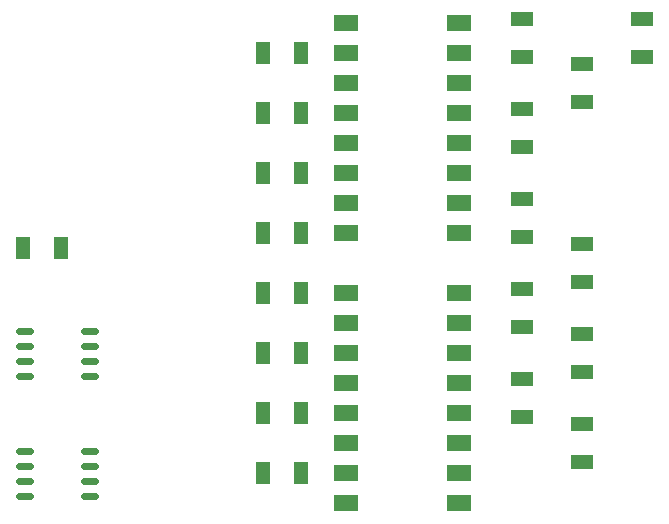
<source format=gtp>
G04 Layer: TopPasteMaskLayer*
G04 EasyEDA v6.3.41, 2020-05-05T16:43:25+03:00*
G04 77c085e715fd4d51943bb8e8cf624b98,92992e1295734089b6e5f9c93eeafd8a,10*
G04 Gerber Generator version 0.2*
G04 Scale: 100 percent, Rotated: No, Reflected: No *
G04 Dimensions in inches *
G04 leading zeros omitted , absolute positions ,2 integer and 4 decimal *
%FSLAX24Y24*%
%MOIN*%
G90*
G70D02*

%ADD12C,0.023622*%
%ADD14R,0.074803X0.047244*%
%ADD15R,0.047244X0.074803*%
%ADD16R,0.078740X0.055100*%

%LPD*%
G54D12*
G01X4897Y2750D02*
G01X5259Y2750D01*
G01X4897Y3250D02*
G01X5259Y3250D01*
G01X4897Y3750D02*
G01X5259Y3750D01*
G01X4897Y4250D02*
G01X5259Y4250D01*
G01X2740Y2750D02*
G01X3102Y2750D01*
G01X2740Y3250D02*
G01X3102Y3250D01*
G01X2740Y3750D02*
G01X3102Y3750D01*
G01X2740Y4250D02*
G01X3102Y4250D01*
G01X4897Y6750D02*
G01X5259Y6750D01*
G01X4897Y7250D02*
G01X5259Y7250D01*
G01X4897Y7750D02*
G01X5259Y7750D01*
G01X4897Y8250D02*
G01X5259Y8250D01*
G01X2740Y6750D02*
G01X3102Y6750D01*
G01X2740Y7250D02*
G01X3102Y7250D01*
G01X2740Y7750D02*
G01X3102Y7750D01*
G01X2740Y8250D02*
G01X3102Y8250D01*
G54D14*
G01X19500Y12629D03*
G01X19500Y11369D03*
G01X19500Y9629D03*
G01X19500Y8369D03*
G01X21500Y3869D03*
G01X21500Y5129D03*
G01X21500Y6869D03*
G01X21500Y8129D03*
G01X19500Y6629D03*
G01X19500Y5369D03*
G54D15*
G01X2870Y11000D03*
G01X4129Y11000D03*
G01X12129Y9500D03*
G01X10870Y9500D03*
G01X12129Y7500D03*
G01X10870Y7500D03*
G54D14*
G01X23500Y17369D03*
G01X23500Y18629D03*
G54D15*
G01X12129Y3500D03*
G01X10870Y3500D03*
G01X12129Y17500D03*
G01X10870Y17500D03*
G01X12129Y15500D03*
G01X10870Y15500D03*
G01X12129Y13500D03*
G01X10870Y13500D03*
G01X12129Y11500D03*
G01X10870Y11500D03*
G54D14*
G01X19500Y18629D03*
G01X19500Y17369D03*
G01X19500Y15629D03*
G01X19500Y14369D03*
G01X21500Y17129D03*
G01X21500Y15869D03*
G01X21500Y9869D03*
G01X21500Y11129D03*
G54D15*
G01X12129Y5500D03*
G01X10870Y5500D03*
G54D16*
G01X13610Y18500D03*
G01X13610Y17500D03*
G01X13610Y16500D03*
G01X13610Y15500D03*
G01X13610Y14500D03*
G01X13610Y13500D03*
G01X13610Y12500D03*
G01X13610Y11500D03*
G01X17389Y11500D03*
G01X17389Y12500D03*
G01X17389Y13500D03*
G01X17389Y14500D03*
G01X17389Y15500D03*
G01X17389Y16500D03*
G01X17389Y17500D03*
G01X17389Y18500D03*
G01X13610Y9500D03*
G01X13610Y8500D03*
G01X13610Y7500D03*
G01X13610Y6500D03*
G01X13610Y5500D03*
G01X13610Y4500D03*
G01X13610Y3500D03*
G01X13610Y2500D03*
G01X17389Y2500D03*
G01X17389Y3500D03*
G01X17389Y4500D03*
G01X17389Y5500D03*
G01X17389Y6500D03*
G01X17389Y7500D03*
G01X17389Y8500D03*
G01X17389Y9500D03*
M00*
M02*

</source>
